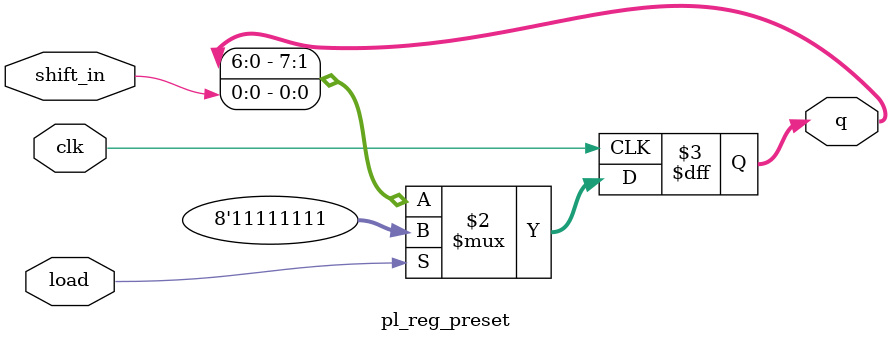
<source format=sv>
module pl_reg_preset #(parameter W=8, PRESET=8'hFF) (
    input clk, load, shift_in,
    output reg [W-1:0] q
);
always @(posedge clk)
    q <= load ? PRESET : {q[W-2:0], shift_in};
endmodule
</source>
